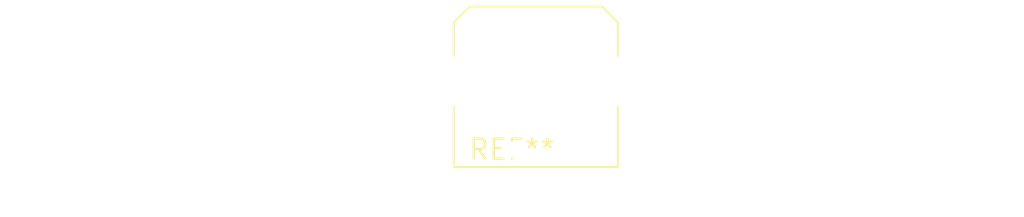
<source format=kicad_pcb>
(kicad_pcb (version 20240108) (generator pcbnew)
  (layers (0 "F.Cu" signal) (31 "B.Cu" signal) (34 "B.Paste" user) (35 "F.Paste" user) (36 "B.SilkS" user "B.Silkscreen") (37 "F.SilkS" user "F.Silkscreen") (38 "B.Mask" user) (39 "F.Mask" user) (44 "Edge.Cuts" user))
  (net 0 "")
  (footprint "Molex_Micro-Fit_3.0_43045-0421_2x02-1MP_P3.00mm_Horizontal" (layer "F.Cu") (at 0 0)
    (property "Reference" "REF**")
    (property "Value" "Molex_Micro-Fit_3.0_43045-0421_2x02-1MP_P3.00mm_Horizontal")
    (fp_line (start -3.685 -8.03) (end -2.685 -9.03) (layer "F.SilkS") (stroke (width 0.12)))
    (fp_line (start -3.685 -5.915) (end -3.685 -8.03) (layer "F.SilkS") (stroke (width 0.12)))
    (fp_line (start -3.685 -2.725) (end -3.685 1.1) (layer "F.SilkS") (stroke (width 0.12)))
    (fp_line (start -3.685 1.1) (end 6.685 1.1) (layer "F.SilkS") (stroke (width 0.12)))
    (fp_line (start -2.685 -9.03) (end 5.685 -9.03) (layer "F.SilkS") (stroke (width 0.12)))
    (fp_line (start 5.685 -9.03) (end 6.685 -8.03) (layer "F.SilkS") (stroke (width 0.12)))
    (fp_line (start 6.685 -8.03) (end 6.685 -5.915) (layer "F.SilkS") (stroke (width 0.12)))
    (fp_line (start 6.685 1.1) (end 6.685 -2.725) (layer "F.SilkS") (stroke (width 0.12)))
    (pad "1" thru_hole roundrect (at 0 0) (size 1.5 1.5) (drill 1.02) (layers *.Cu *.Mask) (remove_unused_layers) (roundrect_rratio 0.166667))
    (pad "2" thru_hole circle (at 3 0) (size 1.5 1.5) (drill 1.02) (layers *.Cu *.Mask) (remove_unused_layers))
    (pad "3" thru_hole circle (at 0 3) (size 1.5 1.5) (drill 1.02) (layers *.Cu *.Mask) (remove_unused_layers))
    (pad "4" thru_hole circle (at 3 3) (size 1.5 1.5) (drill 1.02) (layers *.Cu *.Mask) (remove_unused_layers))
    (pad "MP" thru_hole circle (at -2.15 -4.32) (size 3.41 3.41) (drill 2.41) (layers *.Cu *.Mask) (remove_unused_layers))
    (pad "MP" thru_hole circle (at 5.15 -4.32) (size 3.41 3.41) (drill 2.41) (layers *.Cu *.Mask) (remove_unused_layers))
  )
)
</source>
